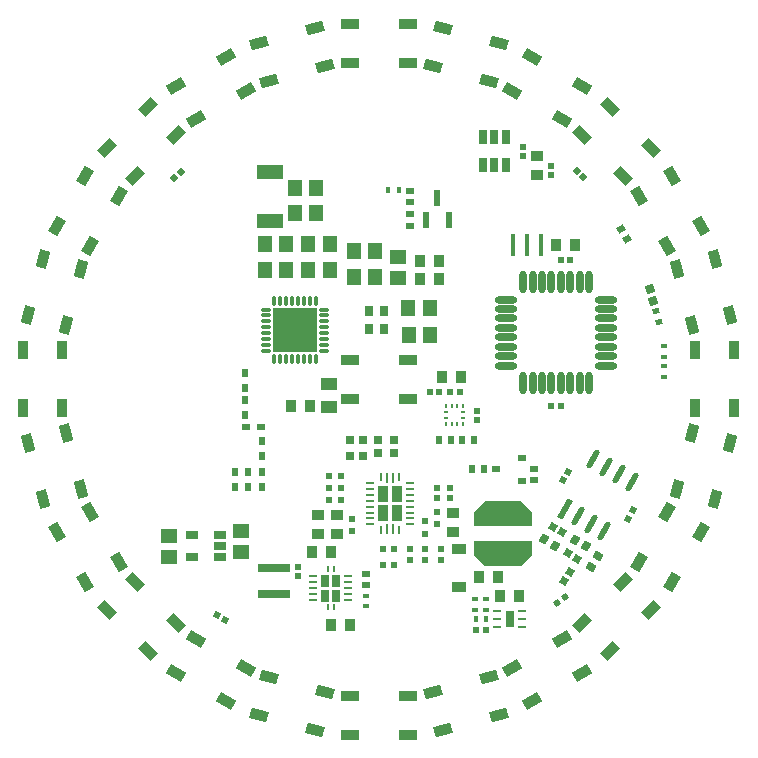
<source format=gtp>
G04 Layer_Color=8421504*
%FSLAX25Y25*%
%MOIN*%
G70*
G01*
G75*
%ADD10R,0.02362X0.02362*%
%ADD11R,0.02362X0.02362*%
%ADD12R,0.04803X0.03583*%
%ADD13R,0.02441X0.02441*%
%ADD14R,0.02441X0.02441*%
%ADD15R,0.02559X0.02165*%
%ADD16R,0.02165X0.01772*%
%ADD17R,0.02047X0.02047*%
%ADD18R,0.10630X0.03150*%
%ADD19P,0.02895X4X105.0*%
%ADD20R,0.05709X0.04528*%
%ADD21R,0.02047X0.02047*%
%ADD22R,0.02165X0.02559*%
%ADD23R,0.02953X0.02362*%
%ADD24R,0.02362X0.05512*%
%ADD25R,0.01772X0.02165*%
%ADD26R,0.03543X0.03937*%
G04:AMPARAMS|DCode=27|XSize=21.65mil|YSize=17.72mil|CornerRadius=0mil|HoleSize=0mil|Usage=FLASHONLY|Rotation=15.000|XOffset=0mil|YOffset=0mil|HoleType=Round|Shape=Rectangle|*
%AMROTATEDRECTD27*
4,1,4,-0.00817,-0.01136,-0.01275,0.00575,0.00817,0.01136,0.01275,-0.00575,-0.00817,-0.01136,0.0*
%
%ADD27ROTATEDRECTD27*%

%ADD28P,0.04009X4X240.0*%
G04:AMPARAMS|DCode=29|XSize=25.59mil|YSize=21.65mil|CornerRadius=0mil|HoleSize=0mil|Usage=FLASHONLY|Rotation=210.000|XOffset=0mil|YOffset=0mil|HoleType=Round|Shape=Rectangle|*
%AMROTATEDRECTD29*
4,1,4,0.00567,0.01577,0.01649,-0.00298,-0.00567,-0.01577,-0.01649,0.00298,0.00567,0.01577,0.0*
%
%ADD29ROTATEDRECTD29*%

%ADD30P,0.02895X4X90.0*%
%ADD31R,0.03937X0.03543*%
%ADD32R,0.02756X0.05118*%
%ADD33P,0.02895X4X360.0*%
%ADD34P,0.02895X4X195.0*%
%ADD35P,0.02895X4X350.0*%
%ADD36P,0.03452X4X195.0*%
%ADD37P,0.03452X4X285.0*%
G04:AMPARAMS|DCode=38|XSize=70.87mil|YSize=19.92mil|CornerRadius=0mil|HoleSize=0mil|Usage=FLASHONLY|Rotation=60.000|XOffset=0mil|YOffset=0mil|HoleType=Round|Shape=Rectangle|*
%AMROTATEDRECTD38*
4,1,4,-0.00909,-0.03567,-0.02634,-0.02571,0.00909,0.03567,0.02634,0.02571,-0.00909,-0.03567,0.0*
%
%ADD38ROTATEDRECTD38*%

G04:AMPARAMS|DCode=39|XSize=70.87mil|YSize=19.92mil|CornerRadius=0mil|HoleSize=0mil|Usage=FLASHONLY|Rotation=60.000|XOffset=0mil|YOffset=0mil|HoleType=Round|Shape=Round|*
%AMOVALD39*
21,1,0.05095,0.01992,0.00000,0.00000,60.0*
1,1,0.01992,-0.01274,-0.02206*
1,1,0.01992,0.01274,0.02206*
%
%ADD39OVALD39*%

%ADD41R,0.04331X0.02559*%
%ADD43O,0.00984X0.01476*%
%ADD44O,0.01476X0.00984*%
%ADD45R,0.01575X0.07480*%
%ADD48R,0.02559X0.02953*%
%ADD49R,0.02953X0.02559*%
G04:AMPARAMS|DCode=50|XSize=29.53mil|YSize=25.59mil|CornerRadius=0mil|HoleSize=0mil|Usage=FLASHONLY|Rotation=240.000|XOffset=0mil|YOffset=0mil|HoleType=Round|Shape=Rectangle|*
%AMROTATEDRECTD50*
4,1,4,-0.00370,0.01918,0.01846,0.00639,0.00370,-0.01918,-0.01846,-0.00639,-0.00370,0.01918,0.0*
%
%ADD50ROTATEDRECTD50*%

G04:AMPARAMS|DCode=51|XSize=29.53mil|YSize=25.59mil|CornerRadius=0mil|HoleSize=0mil|Usage=FLASHONLY|Rotation=150.000|XOffset=0mil|YOffset=0mil|HoleType=Round|Shape=Rectangle|*
%AMROTATEDRECTD51*
4,1,4,0.01918,0.00370,0.00639,-0.01846,-0.01918,-0.00370,-0.00639,0.01846,0.01918,0.00370,0.0*
%
%ADD51ROTATEDRECTD51*%

%ADD52R,0.05512X0.04134*%
%ADD58R,0.04528X0.05709*%
%ADD59R,0.02000X0.02500*%
%ADD60R,0.02500X0.02000*%
%ADD61O,0.02362X0.07677*%
%ADD62O,0.07677X0.02362*%
%ADD63R,0.02953X0.03543*%
%ADD64R,0.14567X0.14567*%
%ADD65O,0.01181X0.03347*%
%ADD66O,0.03347X0.01181*%
%ADD67R,0.03937X0.03937*%
%ADD68R,0.05906X0.03543*%
G04:AMPARAMS|DCode=69|XSize=59.06mil|YSize=35.43mil|CornerRadius=0mil|HoleSize=0mil|Usage=FLASHONLY|Rotation=345.008|XOffset=0mil|YOffset=0mil|HoleType=Round|Shape=Rectangle|*
%AMROTATEDRECTD69*
4,1,4,-0.03311,-0.00948,-0.02394,0.02475,0.03311,0.00948,0.02394,-0.02475,-0.03311,-0.00948,0.0*
%
%ADD69ROTATEDRECTD69*%

G04:AMPARAMS|DCode=70|XSize=59.06mil|YSize=35.43mil|CornerRadius=0mil|HoleSize=0mil|Usage=FLASHONLY|Rotation=330.022|XOffset=0mil|YOffset=0mil|HoleType=Round|Shape=Rectangle|*
%AMROTATEDRECTD70*
4,1,4,-0.03443,-0.00059,-0.01673,0.03010,0.03443,0.00059,0.01673,-0.03010,-0.03443,-0.00059,0.0*
%
%ADD70ROTATEDRECTD70*%

G04:AMPARAMS|DCode=71|XSize=59.06mil|YSize=35.43mil|CornerRadius=0mil|HoleSize=0mil|Usage=FLASHONLY|Rotation=315.011|XOffset=0mil|YOffset=0mil|HoleType=Round|Shape=Rectangle|*
%AMROTATEDRECTD71*
4,1,4,-0.03341,0.00835,-0.00836,0.03341,0.03341,-0.00835,0.00836,-0.03341,-0.03341,0.00835,0.0*
%
%ADD71ROTATEDRECTD71*%

G04:AMPARAMS|DCode=72|XSize=59.06mil|YSize=35.43mil|CornerRadius=0mil|HoleSize=0mil|Usage=FLASHONLY|Rotation=300.025|XOffset=0mil|YOffset=0mil|HoleType=Round|Shape=Rectangle|*
%AMROTATEDRECTD72*
4,1,4,-0.03011,0.01670,0.00056,0.03443,0.03011,-0.01670,-0.00056,-0.03443,-0.03011,0.01670,0.0*
%
%ADD72ROTATEDRECTD72*%

G04:AMPARAMS|DCode=73|XSize=59.06mil|YSize=35.43mil|CornerRadius=0mil|HoleSize=0mil|Usage=FLASHONLY|Rotation=285.013|XOffset=0mil|YOffset=0mil|HoleType=Round|Shape=Rectangle|*
%AMROTATEDRECTD73*
4,1,4,-0.02476,0.02393,0.00946,0.03311,0.02476,-0.02393,-0.00946,-0.03311,-0.02476,0.02393,0.0*
%
%ADD73ROTATEDRECTD73*%

G04:AMPARAMS|DCode=74|XSize=59.06mil|YSize=35.43mil|CornerRadius=0mil|HoleSize=0mil|Usage=FLASHONLY|Rotation=270.002|XOffset=0mil|YOffset=0mil|HoleType=Round|Shape=Rectangle|*
%AMROTATEDRECTD74*
4,1,4,-0.01772,0.02953,0.01772,0.02953,0.01772,-0.02953,-0.01772,-0.02953,-0.01772,0.02953,0.0*
%
%ADD74ROTATEDRECTD74*%

G04:AMPARAMS|DCode=75|XSize=59.06mil|YSize=35.43mil|CornerRadius=0mil|HoleSize=0mil|Usage=FLASHONLY|Rotation=255.016|XOffset=0mil|YOffset=0mil|HoleType=Round|Shape=Rectangle|*
%AMROTATEDRECTD75*
4,1,4,-0.00948,0.03310,0.02475,0.02394,0.00948,-0.03310,-0.02475,-0.02394,-0.00948,0.03310,0.0*
%
%ADD75ROTATEDRECTD75*%

G04:AMPARAMS|DCode=76|XSize=59.06mil|YSize=35.43mil|CornerRadius=0mil|HoleSize=0mil|Usage=FLASHONLY|Rotation=240.005|XOffset=0mil|YOffset=0mil|HoleType=Round|Shape=Rectangle|*
%AMROTATEDRECTD76*
4,1,4,-0.00058,0.03443,0.03011,0.01672,0.00058,-0.03443,-0.03011,-0.01672,-0.00058,0.03443,0.0*
%
%ADD76ROTATEDRECTD76*%

G04:AMPARAMS|DCode=77|XSize=59.06mil|YSize=35.43mil|CornerRadius=0mil|HoleSize=0mil|Usage=FLASHONLY|Rotation=225.019|XOffset=0mil|YOffset=0mil|HoleType=Round|Shape=Rectangle|*
%AMROTATEDRECTD77*
4,1,4,0.00834,0.03341,0.03340,0.00836,-0.00834,-0.03341,-0.03340,-0.00836,0.00834,0.03341,0.0*
%
%ADD77ROTATEDRECTD77*%

G04:AMPARAMS|DCode=78|XSize=59.06mil|YSize=35.43mil|CornerRadius=0mil|HoleSize=0mil|Usage=FLASHONLY|Rotation=210.007|XOffset=0mil|YOffset=0mil|HoleType=Round|Shape=Rectangle|*
%AMROTATEDRECTD78*
4,1,4,0.01671,0.03011,0.03443,-0.00058,-0.01671,-0.03011,-0.03443,0.00058,0.01671,0.03011,0.0*
%
%ADD78ROTATEDRECTD78*%

G04:AMPARAMS|DCode=79|XSize=59.06mil|YSize=35.43mil|CornerRadius=0mil|HoleSize=0mil|Usage=FLASHONLY|Rotation=195.021|XOffset=0mil|YOffset=0mil|HoleType=Round|Shape=Rectangle|*
%AMROTATEDRECTD79*
4,1,4,0.02393,0.02476,0.03311,-0.00946,-0.02393,-0.02476,-0.03311,0.00946,0.02393,0.02476,0.0*
%
%ADD79ROTATEDRECTD79*%

%ADD80R,0.08661X0.05118*%
%ADD103R,0.03150X0.05512*%
%ADD104R,0.02677X0.04134*%
%ADD105R,0.01024X0.01969*%
%ADD106R,0.00906X0.03543*%
%ADD107R,0.03228X0.05197*%
%ADD108R,0.03228X0.05197*%
%ADD109R,0.00000X0.02362*%
%ADD110R,0.02559X0.00984*%
%ADD111O,0.03150X0.00906*%
%ADD112O,0.00906X0.03150*%
G36*
X51046Y-58784D02*
X47306Y-62327D01*
X35495D01*
X31754Y-58784D01*
Y-54059D01*
X51046D01*
Y-58784D01*
D02*
G37*
G36*
Y-44216D02*
Y-48941D01*
X31754D01*
Y-44216D01*
X35495Y-40673D01*
X47306D01*
X51046Y-44216D01*
D02*
G37*
D10*
X23630Y-36192D02*
D03*
X19497D02*
D03*
X23630Y-39735D02*
D03*
X19497D02*
D03*
X-16608Y-40295D02*
D03*
X-12473D02*
D03*
X-16613Y-36362D02*
D03*
X-12479D02*
D03*
X-16613Y-32228D02*
D03*
X-12479D02*
D03*
D11*
X19545Y-44262D02*
D03*
Y-48395D02*
D03*
X15545Y-51496D02*
D03*
Y-47362D02*
D03*
X-9055Y-46461D02*
D03*
Y-50595D02*
D03*
D12*
X26800Y-56563D02*
D03*
Y-69437D02*
D03*
D13*
X20627Y-60257D02*
D03*
Y-56714D02*
D03*
X15508Y-60257D02*
D03*
Y-56714D02*
D03*
X10390Y-60257D02*
D03*
Y-56714D02*
D03*
D14*
X4882Y-56760D02*
D03*
X1338D02*
D03*
Y-62075D02*
D03*
X4882D02*
D03*
D15*
X-4380Y-68750D02*
D03*
Y-64813D02*
D03*
X51800Y-29831D02*
D03*
Y-33768D02*
D03*
X10400Y51131D02*
D03*
Y55068D02*
D03*
Y62868D02*
D03*
Y58931D02*
D03*
D16*
X-4380Y-72210D02*
D03*
Y-75753D02*
D03*
X95100Y4372D02*
D03*
Y828D02*
D03*
Y10972D02*
D03*
Y7428D02*
D03*
X35700Y-73328D02*
D03*
Y-76872D02*
D03*
X32200D02*
D03*
Y-73328D02*
D03*
D17*
X-26800Y-62625D02*
D03*
Y-65775D02*
D03*
X32600Y-13675D02*
D03*
Y-10525D02*
D03*
X57300Y71175D02*
D03*
Y68025D02*
D03*
X48200Y77475D02*
D03*
Y74325D02*
D03*
D18*
X-35000Y-62869D02*
D03*
Y-71531D02*
D03*
D19*
X-53864Y-78613D02*
D03*
X-51136Y-80187D02*
D03*
D20*
X-69900Y-52157D02*
D03*
Y-59243D02*
D03*
X-45800Y-57543D02*
D03*
Y-50457D02*
D03*
X6372Y40821D02*
D03*
Y33734D02*
D03*
D21*
X20195Y-4437D02*
D03*
X17046D02*
D03*
X26895D02*
D03*
X23746D02*
D03*
X63797Y39778D02*
D03*
X60647D02*
D03*
X60675Y-8800D02*
D03*
X57525D02*
D03*
X35575Y-83500D02*
D03*
X32425D02*
D03*
D22*
X31769Y-20400D02*
D03*
X27832D02*
D03*
X34969Y-30000D02*
D03*
X31032D02*
D03*
X20032Y-20400D02*
D03*
X23969D02*
D03*
D23*
X38933Y-30064D02*
D03*
X47594Y-26324D02*
D03*
Y-33804D02*
D03*
D24*
X15781Y53058D02*
D03*
X23261D02*
D03*
X19522Y60538D02*
D03*
D25*
X6672Y63000D02*
D03*
X3128D02*
D03*
X32228Y-80100D02*
D03*
X35772D02*
D03*
D26*
X65372Y44699D02*
D03*
X59073D02*
D03*
X-16030Y-81982D02*
D03*
X-9731D02*
D03*
X33350Y-65900D02*
D03*
X39650D02*
D03*
X-23050Y-9100D02*
D03*
X-29350D02*
D03*
X21171Y563D02*
D03*
X27470D02*
D03*
X40450Y-72200D02*
D03*
X46750D02*
D03*
X-15850Y-57600D02*
D03*
X-22150D02*
D03*
X19950Y33300D02*
D03*
X13650D02*
D03*
X20050Y39500D02*
D03*
X13750D02*
D03*
D27*
X92541Y22611D02*
D03*
X93458Y19189D02*
D03*
D28*
X91409Y26099D02*
D03*
X90390Y29901D02*
D03*
D29*
X82584Y46595D02*
D03*
X80616Y50005D02*
D03*
D30*
X65958Y69526D02*
D03*
X68186Y67299D02*
D03*
D31*
X52600Y67950D02*
D03*
Y74250D02*
D03*
X24645Y-44679D02*
D03*
Y-50978D02*
D03*
X-13855Y-51478D02*
D03*
Y-45179D02*
D03*
X-20155D02*
D03*
Y-51478D02*
D03*
D32*
X34806Y71295D02*
D03*
X38546D02*
D03*
X42287D02*
D03*
Y80744D02*
D03*
X38546D02*
D03*
X34806D02*
D03*
D33*
X-66080Y69192D02*
D03*
X-68308Y66965D02*
D03*
D34*
X61313Y-33564D02*
D03*
X62888Y-30836D02*
D03*
X83213Y-46464D02*
D03*
X84787Y-43736D02*
D03*
D35*
X61990Y-72697D02*
D03*
X59410Y-74503D02*
D03*
D36*
X61814Y-67234D02*
D03*
X63586Y-64166D02*
D03*
D37*
X61034Y-51086D02*
D03*
X57966Y-49314D02*
D03*
X66134Y-59886D02*
D03*
X63066Y-58114D02*
D03*
D38*
X61900Y-43200D02*
D03*
D39*
X66230Y-45700D02*
D03*
X70560Y-48200D02*
D03*
X74890Y-50700D02*
D03*
X71428Y-26698D02*
D03*
X75758Y-29198D02*
D03*
X80088Y-31698D02*
D03*
X84418Y-34198D02*
D03*
D41*
X-52976Y-59340D02*
D03*
Y-55600D02*
D03*
Y-51860D02*
D03*
X-62424D02*
D03*
Y-59340D02*
D03*
D43*
X22268Y-9085D02*
D03*
X24236D02*
D03*
X26205D02*
D03*
X28173D02*
D03*
Y-14990D02*
D03*
X26205D02*
D03*
X24236D02*
D03*
X22268D02*
D03*
D44*
X28173Y-11053D02*
D03*
Y-13022D02*
D03*
X22268D02*
D03*
Y-11053D02*
D03*
D45*
X54124Y44700D02*
D03*
X49400D02*
D03*
X44676D02*
D03*
D48*
X-9617Y-25519D02*
D03*
X-5286D02*
D03*
X-9617Y-20400D02*
D03*
X-5286D02*
D03*
D49*
X4950Y-20203D02*
D03*
Y-24534D02*
D03*
X-365Y-20203D02*
D03*
Y-24534D02*
D03*
D50*
X55125Y-53417D02*
D03*
X58875Y-55583D02*
D03*
X65325Y-53517D02*
D03*
X69075Y-55683D02*
D03*
D51*
X70717Y-62575D02*
D03*
X72883Y-58825D02*
D03*
D52*
X-16600Y-9240D02*
D03*
Y-1760D02*
D03*
D58*
X9957Y14800D02*
D03*
X17043D02*
D03*
X-8343Y34100D02*
D03*
X-1257D02*
D03*
X9857Y23600D02*
D03*
X16943D02*
D03*
X-23537Y44957D02*
D03*
X-16450D02*
D03*
X-37907Y44957D02*
D03*
X-30820D02*
D03*
Y36492D02*
D03*
X-37907D02*
D03*
X-20957Y55500D02*
D03*
X-28043D02*
D03*
X-23537Y36492D02*
D03*
X-16450D02*
D03*
X-20957Y63700D02*
D03*
X-28043D02*
D03*
X-1257Y42600D02*
D03*
X-8343D02*
D03*
D59*
X-43533Y-35851D02*
D03*
Y-30851D02*
D03*
X-39006Y-35851D02*
D03*
Y-30851D02*
D03*
X-48061Y-35851D02*
D03*
Y-30851D02*
D03*
X-44500Y2100D02*
D03*
Y-2900D02*
D03*
Y-7100D02*
D03*
Y-12100D02*
D03*
X-39006Y-20694D02*
D03*
Y-25694D02*
D03*
D60*
X-44320Y-15969D02*
D03*
X-39320D02*
D03*
D61*
X70124Y32232D02*
D03*
X66974D02*
D03*
X63824D02*
D03*
X60675D02*
D03*
X57525D02*
D03*
X54376D02*
D03*
X51226D02*
D03*
X48076D02*
D03*
Y-1232D02*
D03*
X51226D02*
D03*
X54376D02*
D03*
X57525D02*
D03*
X60675D02*
D03*
X63824D02*
D03*
X66974D02*
D03*
X70124D02*
D03*
D62*
X42368Y26524D02*
D03*
Y23374D02*
D03*
Y20224D02*
D03*
Y17075D02*
D03*
Y13925D02*
D03*
Y10776D02*
D03*
Y7626D02*
D03*
Y4476D02*
D03*
X75832D02*
D03*
Y7626D02*
D03*
Y10776D02*
D03*
Y13925D02*
D03*
Y17075D02*
D03*
Y20224D02*
D03*
Y23374D02*
D03*
Y26524D02*
D03*
D63*
X1561Y22653D02*
D03*
Y16747D02*
D03*
X-3361Y22653D02*
D03*
Y16747D02*
D03*
D64*
X-27900Y16300D02*
D03*
D65*
X-21010Y25946D02*
D03*
X-22979D02*
D03*
X-24947D02*
D03*
X-26916D02*
D03*
X-28884D02*
D03*
X-30853D02*
D03*
X-32821D02*
D03*
X-34790D02*
D03*
Y6654D02*
D03*
X-32821D02*
D03*
X-30853D02*
D03*
X-28884D02*
D03*
X-26916D02*
D03*
X-24947D02*
D03*
X-22979D02*
D03*
X-21010D02*
D03*
D66*
X-37546Y23190D02*
D03*
Y21221D02*
D03*
Y19253D02*
D03*
Y17284D02*
D03*
Y15316D02*
D03*
Y13347D02*
D03*
Y11379D02*
D03*
Y9410D02*
D03*
X-18254D02*
D03*
Y11379D02*
D03*
Y13347D02*
D03*
Y15316D02*
D03*
Y17284D02*
D03*
Y19253D02*
D03*
Y21221D02*
D03*
Y23190D02*
D03*
D67*
X41400Y-58193D02*
D03*
Y-44807D02*
D03*
D68*
X9646Y-6496D02*
D03*
Y6496D02*
D03*
X-9646D02*
D03*
Y-6496D02*
D03*
X-9646Y105504D02*
D03*
Y118496D02*
D03*
X9646D02*
D03*
Y105504D02*
D03*
X9645Y-105502D02*
D03*
X9647Y-118494D02*
D03*
X-9645Y-118498D02*
D03*
X-9647Y-105506D02*
D03*
D69*
X36637Y99430D02*
D03*
X39998Y111980D02*
D03*
X21363Y116970D02*
D03*
X18002Y104420D02*
D03*
X-36627Y-99416D02*
D03*
X-39985Y-111967D02*
D03*
X-21348Y-116952D02*
D03*
X-17991Y-104401D02*
D03*
D70*
X44399Y96193D02*
D03*
X50891Y107447D02*
D03*
X67601Y97807D02*
D03*
X61109Y86553D02*
D03*
X-44399Y-96189D02*
D03*
X-50892Y-107442D02*
D03*
X-67601Y-97800D02*
D03*
X-61108Y-86547D02*
D03*
D71*
X81429Y67787D02*
D03*
X90614Y76975D02*
D03*
X76971Y90614D02*
D03*
X67786Y81425D02*
D03*
X-81423Y-67782D02*
D03*
X-90610Y-76969D02*
D03*
X-76969Y-90610D02*
D03*
X-67782Y-81423D02*
D03*
D72*
X86549Y61101D02*
D03*
X97798Y67602D02*
D03*
X107451Y50899D02*
D03*
X96202Y44398D02*
D03*
X-86545Y-61103D02*
D03*
X-97795Y-67602D02*
D03*
X-107445Y-50897D02*
D03*
X-96195Y-44398D02*
D03*
D73*
X104424Y18001D02*
D03*
X116973Y21366D02*
D03*
X111976Y39999D02*
D03*
X99427Y36634D02*
D03*
X-104406Y-17989D02*
D03*
X-116955Y-21353D02*
D03*
X-111961Y-39986D02*
D03*
X-99412Y-36623D02*
D03*
D74*
X105504Y9645D02*
D03*
X118496Y9646D02*
D03*
X118496Y-9646D02*
D03*
X105504Y-9646D02*
D03*
X-105501Y-9644D02*
D03*
X-118493Y-9648D02*
D03*
X-118499Y9644D02*
D03*
X-105507Y9648D02*
D03*
D75*
X99431Y-36626D02*
D03*
X111981Y-39985D02*
D03*
X116969Y-21350D02*
D03*
X104419Y-17990D02*
D03*
X-99413Y36637D02*
D03*
X-111963Y39998D02*
D03*
X-116954Y21363D02*
D03*
X-104404Y18002D02*
D03*
D76*
X96196Y-44399D02*
D03*
X107448Y-50894D02*
D03*
X97804Y-67601D02*
D03*
X86552Y-61106D02*
D03*
X-96188Y44399D02*
D03*
X-107442Y50891D02*
D03*
X-97802Y67601D02*
D03*
X-86548Y61109D02*
D03*
D77*
X67787Y-81427D02*
D03*
X76977Y-90611D02*
D03*
X90613Y-76965D02*
D03*
X81423Y-67781D02*
D03*
X-67782Y81429D02*
D03*
X-76971Y90614D02*
D03*
X-90610Y76971D02*
D03*
X-81421Y67786D02*
D03*
D78*
X61104Y-86546D02*
D03*
X67602Y-97796D02*
D03*
X50896Y-107444D02*
D03*
X44398Y-96193D02*
D03*
X-61101Y86549D02*
D03*
X-67602Y97798D02*
D03*
X-50899Y107451D02*
D03*
X-44398Y96202D02*
D03*
D79*
X18000Y-104410D02*
D03*
X21368Y-116958D02*
D03*
X40000Y-111958D02*
D03*
X36632Y-99410D02*
D03*
X-17989Y104424D02*
D03*
X-21354Y116973D02*
D03*
X-39987Y111976D02*
D03*
X-36622Y99427D02*
D03*
D80*
X-36410Y52613D02*
D03*
Y69148D02*
D03*
D103*
X43600Y-80000D02*
D03*
D104*
X-17852Y-72182D02*
D03*
X-14309D02*
D03*
Y-67182D02*
D03*
X-17852D02*
D03*
D105*
X-17065Y-76099D02*
D03*
X-15096D02*
D03*
Y-63265D02*
D03*
X-17065D02*
D03*
D106*
X4783Y-50063D02*
D03*
Y-32937D02*
D03*
X2617Y-50063D02*
D03*
Y-32937D02*
D03*
D107*
X5905Y-44689D02*
D03*
X1495D02*
D03*
D108*
X5905Y-38311D02*
D03*
X1495D02*
D03*
D109*
X43600Y-80000D02*
D03*
D110*
X47734Y-77441D02*
D03*
Y-80000D02*
D03*
Y-82559D02*
D03*
X39466D02*
D03*
Y-80000D02*
D03*
Y-77441D02*
D03*
D111*
X-10273Y-65745D02*
D03*
Y-67713D02*
D03*
Y-69682D02*
D03*
Y-71650D02*
D03*
Y-73619D02*
D03*
X-21888D02*
D03*
Y-71650D02*
D03*
Y-69682D02*
D03*
Y-67713D02*
D03*
Y-65745D02*
D03*
X-3091Y-48390D02*
D03*
Y-46421D02*
D03*
Y-44453D02*
D03*
Y-42484D02*
D03*
Y-40516D02*
D03*
Y-38547D02*
D03*
Y-36579D02*
D03*
Y-34610D02*
D03*
X10491D02*
D03*
Y-36579D02*
D03*
Y-38547D02*
D03*
Y-40516D02*
D03*
Y-42484D02*
D03*
Y-44453D02*
D03*
Y-46421D02*
D03*
Y-48390D02*
D03*
D112*
X6653Y-50260D02*
D03*
X747D02*
D03*
Y-32740D02*
D03*
X6653D02*
D03*
M02*

</source>
